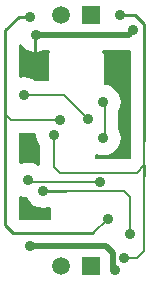
<source format=gbl>
%FSAX24Y24*%
%MOIN*%
G70*
G01*
G75*
G04 Layer_Physical_Order=2*
G04 Layer_Color=16711680*
%ADD10R,0.0591X0.0512*%
%ADD11R,0.0866X0.0787*%
%ADD12R,0.0354X0.0114*%
%ADD13R,0.0114X0.0354*%
%ADD14R,0.0394X0.0114*%
%ADD15R,0.0114X0.0394*%
%ADD16R,0.0512X0.0114*%
%ADD17R,0.0126X0.0512*%
%ADD18C,0.0200*%
%ADD19C,0.0080*%
%ADD20C,0.0100*%
%ADD21C,0.0591*%
%ADD22R,0.0591X0.0591*%
%ADD23C,0.0350*%
G36*
X021720Y035350D02*
X021740Y035200D01*
X021798Y035060D01*
X021856Y034984D01*
Y034354D01*
X021784Y034318D01*
X021740Y034352D01*
X021600Y034410D01*
X021450Y034430D01*
X021300Y034410D01*
X021201Y034369D01*
X021135Y034414D01*
Y035406D01*
X021671D01*
X021720Y035350D01*
D02*
G37*
G36*
X021300Y033290D02*
X021421Y033274D01*
X021448Y033210D01*
X021540Y033090D01*
X021660Y032998D01*
X021800Y032940D01*
X021950Y032920D01*
X022100Y032940D01*
X022141Y032957D01*
X022177Y032942D01*
X022215Y032912D01*
X022203Y032821D01*
Y032529D01*
X021144D01*
X021135Y032538D01*
Y033286D01*
X021201Y033331D01*
X021300Y033290D01*
D02*
G37*
G36*
X021750Y038127D02*
X021850Y038140D01*
X021985Y038196D01*
X022159D01*
X022193Y038128D01*
X022152Y038030D01*
X022139Y037926D01*
Y037144D01*
X021666D01*
X021590Y037202D01*
X021450Y037260D01*
X021300Y037280D01*
X021195Y037266D01*
X021135Y037319D01*
Y038367D01*
X021211Y038393D01*
X021290Y038290D01*
X021410Y038198D01*
X021550Y038140D01*
X021650Y038127D01*
Y038700D01*
X021750D01*
Y038127D01*
D02*
G37*
G36*
X024865Y038144D02*
Y035150D01*
X024875Y035073D01*
Y034544D01*
X023680D01*
Y034668D01*
X023746Y034712D01*
X023800Y034690D01*
X023950Y034670D01*
X024100Y034690D01*
X024240Y034748D01*
X024360Y034840D01*
X024452Y034960D01*
X024510Y035100D01*
X024530Y035250D01*
X024510Y035400D01*
X024452Y035540D01*
X024444Y035551D01*
Y036149D01*
X024452Y036160D01*
X024510Y036300D01*
X024530Y036450D01*
X024510Y036600D01*
X024452Y036740D01*
X024360Y036860D01*
X024240Y036952D01*
X024100Y037010D01*
X023978Y037026D01*
Y037926D01*
X023964Y038030D01*
X023923Y038128D01*
X023957Y038196D01*
X024800D01*
X024805Y038196D01*
X024865Y038144D01*
D02*
G37*
D18*
X024050Y031650D02*
X024294Y031406D01*
Y030906D02*
Y031406D01*
Y030906D02*
X024350Y030850D01*
X021500Y031650D02*
X024050D01*
X021700Y038700D02*
X024800D01*
X024950Y038850D01*
D19*
X023625Y032075D02*
X024100Y032550D01*
X022700Y033500D02*
X024650D01*
X025069Y034100D02*
X025319Y034350D01*
Y035150D01*
X023950Y036450D02*
X024000Y036400D01*
Y035300D02*
Y036400D01*
X023950Y035250D02*
X024000Y035300D01*
X022500Y034100D02*
X025069D01*
X022300Y034300D02*
X022500Y034100D01*
X022300Y034300D02*
Y035350D01*
X021500Y033800D02*
X023850D01*
X021450Y033850D02*
X021500Y033800D01*
X022650Y036700D02*
X023450Y035900D01*
X020881Y035850D02*
X022500D01*
X020681Y036050D02*
X020881Y035850D01*
X021300Y036700D02*
X022650D01*
X024650Y033500D02*
X024850Y033300D01*
Y032050D02*
Y033300D01*
X024650Y031250D02*
X025079D01*
X025319Y031490D01*
Y034000D01*
D20*
X020956Y032075D02*
X023625D01*
X020681Y032350D02*
X020956Y032075D01*
X021950Y033500D02*
X022700D01*
X021131Y039300D02*
X021500D01*
X020681Y038850D02*
X021131Y039300D01*
X024500Y039350D02*
X025019D01*
X025319Y039050D01*
Y035150D02*
Y039050D01*
X020681Y036050D02*
Y038850D01*
X025319Y034000D02*
Y034350D01*
X020681Y032350D02*
Y036050D01*
D21*
X022550Y031000D02*
D03*
Y039350D02*
D03*
D22*
X023550Y031000D02*
D03*
Y039350D02*
D03*
D23*
X024350Y030850D02*
D03*
X021500Y031650D02*
D03*
X021950Y033500D02*
D03*
X021500Y039300D02*
D03*
X024500Y039350D02*
D03*
X023450Y035900D02*
D03*
X023950Y036450D02*
D03*
Y035250D02*
D03*
X022300Y035350D02*
D03*
X023850Y033800D02*
D03*
X021450Y033850D02*
D03*
X024850Y032050D02*
D03*
X022500Y035850D02*
D03*
X024950Y038850D02*
D03*
X024100Y032550D02*
D03*
X021300Y036700D02*
D03*
X021700Y038700D02*
D03*
X024650Y031250D02*
D03*
M02*

</source>
